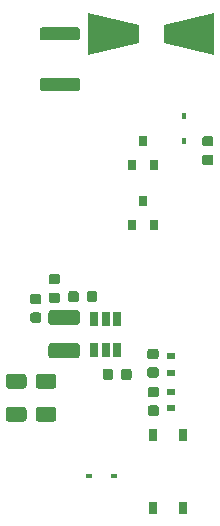
<source format=gtp>
G04 #@! TF.GenerationSoftware,KiCad,Pcbnew,5.1.5+dfsg1-2build2*
G04 #@! TF.CreationDate,2022-12-06T01:13:10+01:00*
G04 #@! TF.ProjectId,MBus_to_radio,4d427573-5f74-46f5-9f72-6164696f2e6b,rev?*
G04 #@! TF.SameCoordinates,Original*
G04 #@! TF.FileFunction,Paste,Top*
G04 #@! TF.FilePolarity,Positive*
%FSLAX46Y46*%
G04 Gerber Fmt 4.6, Leading zero omitted, Abs format (unit mm)*
G04 Created by KiCad (PCBNEW 5.1.5+dfsg1-2build2) date 2022-12-06 01:13:10*
%MOMM*%
%LPD*%
G04 APERTURE LIST*
%ADD10R,0.700000X0.600000*%
%ADD11C,0.100000*%
%ADD12R,0.650000X1.220000*%
%ADD13R,0.800000X0.900000*%
%ADD14R,0.450000X0.600000*%
%ADD15R,0.600000X0.450000*%
%ADD16R,0.800000X1.000000*%
G04 APERTURE END LIST*
D10*
X114500000Y-93150000D03*
X114500000Y-94550000D03*
D11*
G36*
X118200000Y-64050000D02*
G01*
X118200000Y-67650000D01*
X113900000Y-66650000D01*
X113900000Y-65050000D01*
X118200000Y-64050000D01*
G37*
G36*
X107500000Y-67650000D02*
G01*
X107500000Y-64050000D01*
X111800000Y-65050000D01*
X111800000Y-66650000D01*
X107500000Y-67650000D01*
G37*
G36*
X106599505Y-69551204D02*
G01*
X106623773Y-69554804D01*
X106647572Y-69560765D01*
X106670671Y-69569030D01*
X106692850Y-69579520D01*
X106713893Y-69592132D01*
X106733599Y-69606747D01*
X106751777Y-69623223D01*
X106768253Y-69641401D01*
X106782868Y-69661107D01*
X106795480Y-69682150D01*
X106805970Y-69704329D01*
X106814235Y-69727428D01*
X106820196Y-69751227D01*
X106823796Y-69775495D01*
X106825000Y-69799999D01*
X106825000Y-70425001D01*
X106823796Y-70449505D01*
X106820196Y-70473773D01*
X106814235Y-70497572D01*
X106805970Y-70520671D01*
X106795480Y-70542850D01*
X106782868Y-70563893D01*
X106768253Y-70583599D01*
X106751777Y-70601777D01*
X106733599Y-70618253D01*
X106713893Y-70632868D01*
X106692850Y-70645480D01*
X106670671Y-70655970D01*
X106647572Y-70664235D01*
X106623773Y-70670196D01*
X106599505Y-70673796D01*
X106575001Y-70675000D01*
X103674999Y-70675000D01*
X103650495Y-70673796D01*
X103626227Y-70670196D01*
X103602428Y-70664235D01*
X103579329Y-70655970D01*
X103557150Y-70645480D01*
X103536107Y-70632868D01*
X103516401Y-70618253D01*
X103498223Y-70601777D01*
X103481747Y-70583599D01*
X103467132Y-70563893D01*
X103454520Y-70542850D01*
X103444030Y-70520671D01*
X103435765Y-70497572D01*
X103429804Y-70473773D01*
X103426204Y-70449505D01*
X103425000Y-70425001D01*
X103425000Y-69799999D01*
X103426204Y-69775495D01*
X103429804Y-69751227D01*
X103435765Y-69727428D01*
X103444030Y-69704329D01*
X103454520Y-69682150D01*
X103467132Y-69661107D01*
X103481747Y-69641401D01*
X103498223Y-69623223D01*
X103516401Y-69606747D01*
X103536107Y-69592132D01*
X103557150Y-69579520D01*
X103579329Y-69569030D01*
X103602428Y-69560765D01*
X103626227Y-69554804D01*
X103650495Y-69551204D01*
X103674999Y-69550000D01*
X106575001Y-69550000D01*
X106599505Y-69551204D01*
G37*
G36*
X106599505Y-65276204D02*
G01*
X106623773Y-65279804D01*
X106647572Y-65285765D01*
X106670671Y-65294030D01*
X106692850Y-65304520D01*
X106713893Y-65317132D01*
X106733599Y-65331747D01*
X106751777Y-65348223D01*
X106768253Y-65366401D01*
X106782868Y-65386107D01*
X106795480Y-65407150D01*
X106805970Y-65429329D01*
X106814235Y-65452428D01*
X106820196Y-65476227D01*
X106823796Y-65500495D01*
X106825000Y-65524999D01*
X106825000Y-66150001D01*
X106823796Y-66174505D01*
X106820196Y-66198773D01*
X106814235Y-66222572D01*
X106805970Y-66245671D01*
X106795480Y-66267850D01*
X106782868Y-66288893D01*
X106768253Y-66308599D01*
X106751777Y-66326777D01*
X106733599Y-66343253D01*
X106713893Y-66357868D01*
X106692850Y-66370480D01*
X106670671Y-66380970D01*
X106647572Y-66389235D01*
X106623773Y-66395196D01*
X106599505Y-66398796D01*
X106575001Y-66400000D01*
X103674999Y-66400000D01*
X103650495Y-66398796D01*
X103626227Y-66395196D01*
X103602428Y-66389235D01*
X103579329Y-66380970D01*
X103557150Y-66370480D01*
X103536107Y-66357868D01*
X103516401Y-66343253D01*
X103498223Y-66326777D01*
X103481747Y-66308599D01*
X103467132Y-66288893D01*
X103454520Y-66267850D01*
X103444030Y-66245671D01*
X103435765Y-66222572D01*
X103429804Y-66198773D01*
X103426204Y-66174505D01*
X103425000Y-66150001D01*
X103425000Y-65524999D01*
X103426204Y-65500495D01*
X103429804Y-65476227D01*
X103435765Y-65452428D01*
X103444030Y-65429329D01*
X103454520Y-65407150D01*
X103467132Y-65386107D01*
X103481747Y-65366401D01*
X103498223Y-65348223D01*
X103516401Y-65331747D01*
X103536107Y-65317132D01*
X103557150Y-65304520D01*
X103579329Y-65294030D01*
X103602428Y-65285765D01*
X103626227Y-65279804D01*
X103650495Y-65276204D01*
X103674999Y-65275000D01*
X106575001Y-65275000D01*
X106599505Y-65276204D01*
G37*
G36*
X104925691Y-86177553D02*
G01*
X104946926Y-86180703D01*
X104967750Y-86185919D01*
X104987962Y-86193151D01*
X105007368Y-86202330D01*
X105025781Y-86213366D01*
X105043024Y-86226154D01*
X105058930Y-86240570D01*
X105073346Y-86256476D01*
X105086134Y-86273719D01*
X105097170Y-86292132D01*
X105106349Y-86311538D01*
X105113581Y-86331750D01*
X105118797Y-86352574D01*
X105121947Y-86373809D01*
X105123000Y-86395250D01*
X105123000Y-86832750D01*
X105121947Y-86854191D01*
X105118797Y-86875426D01*
X105113581Y-86896250D01*
X105106349Y-86916462D01*
X105097170Y-86935868D01*
X105086134Y-86954281D01*
X105073346Y-86971524D01*
X105058930Y-86987430D01*
X105043024Y-87001846D01*
X105025781Y-87014634D01*
X105007368Y-87025670D01*
X104987962Y-87034849D01*
X104967750Y-87042081D01*
X104946926Y-87047297D01*
X104925691Y-87050447D01*
X104904250Y-87051500D01*
X104391750Y-87051500D01*
X104370309Y-87050447D01*
X104349074Y-87047297D01*
X104328250Y-87042081D01*
X104308038Y-87034849D01*
X104288632Y-87025670D01*
X104270219Y-87014634D01*
X104252976Y-87001846D01*
X104237070Y-86987430D01*
X104222654Y-86971524D01*
X104209866Y-86954281D01*
X104198830Y-86935868D01*
X104189651Y-86916462D01*
X104182419Y-86896250D01*
X104177203Y-86875426D01*
X104174053Y-86854191D01*
X104173000Y-86832750D01*
X104173000Y-86395250D01*
X104174053Y-86373809D01*
X104177203Y-86352574D01*
X104182419Y-86331750D01*
X104189651Y-86311538D01*
X104198830Y-86292132D01*
X104209866Y-86273719D01*
X104222654Y-86256476D01*
X104237070Y-86240570D01*
X104252976Y-86226154D01*
X104270219Y-86213366D01*
X104288632Y-86202330D01*
X104308038Y-86193151D01*
X104328250Y-86185919D01*
X104349074Y-86180703D01*
X104370309Y-86177553D01*
X104391750Y-86176500D01*
X104904250Y-86176500D01*
X104925691Y-86177553D01*
G37*
G36*
X104925691Y-87752553D02*
G01*
X104946926Y-87755703D01*
X104967750Y-87760919D01*
X104987962Y-87768151D01*
X105007368Y-87777330D01*
X105025781Y-87788366D01*
X105043024Y-87801154D01*
X105058930Y-87815570D01*
X105073346Y-87831476D01*
X105086134Y-87848719D01*
X105097170Y-87867132D01*
X105106349Y-87886538D01*
X105113581Y-87906750D01*
X105118797Y-87927574D01*
X105121947Y-87948809D01*
X105123000Y-87970250D01*
X105123000Y-88407750D01*
X105121947Y-88429191D01*
X105118797Y-88450426D01*
X105113581Y-88471250D01*
X105106349Y-88491462D01*
X105097170Y-88510868D01*
X105086134Y-88529281D01*
X105073346Y-88546524D01*
X105058930Y-88562430D01*
X105043024Y-88576846D01*
X105025781Y-88589634D01*
X105007368Y-88600670D01*
X104987962Y-88609849D01*
X104967750Y-88617081D01*
X104946926Y-88622297D01*
X104925691Y-88625447D01*
X104904250Y-88626500D01*
X104391750Y-88626500D01*
X104370309Y-88625447D01*
X104349074Y-88622297D01*
X104328250Y-88617081D01*
X104308038Y-88609849D01*
X104288632Y-88600670D01*
X104270219Y-88589634D01*
X104252976Y-88576846D01*
X104237070Y-88562430D01*
X104222654Y-88546524D01*
X104209866Y-88529281D01*
X104198830Y-88510868D01*
X104189651Y-88491462D01*
X104182419Y-88471250D01*
X104177203Y-88450426D01*
X104174053Y-88429191D01*
X104173000Y-88407750D01*
X104173000Y-87970250D01*
X104174053Y-87948809D01*
X104177203Y-87927574D01*
X104182419Y-87906750D01*
X104189651Y-87886538D01*
X104198830Y-87867132D01*
X104209866Y-87848719D01*
X104222654Y-87831476D01*
X104237070Y-87815570D01*
X104252976Y-87801154D01*
X104270219Y-87788366D01*
X104288632Y-87777330D01*
X104308038Y-87768151D01*
X104328250Y-87760919D01*
X104349074Y-87755703D01*
X104370309Y-87752553D01*
X104391750Y-87751500D01*
X104904250Y-87751500D01*
X104925691Y-87752553D01*
G37*
G36*
X103363591Y-89428853D02*
G01*
X103384826Y-89432003D01*
X103405650Y-89437219D01*
X103425862Y-89444451D01*
X103445268Y-89453630D01*
X103463681Y-89464666D01*
X103480924Y-89477454D01*
X103496830Y-89491870D01*
X103511246Y-89507776D01*
X103524034Y-89525019D01*
X103535070Y-89543432D01*
X103544249Y-89562838D01*
X103551481Y-89583050D01*
X103556697Y-89603874D01*
X103559847Y-89625109D01*
X103560900Y-89646550D01*
X103560900Y-90084050D01*
X103559847Y-90105491D01*
X103556697Y-90126726D01*
X103551481Y-90147550D01*
X103544249Y-90167762D01*
X103535070Y-90187168D01*
X103524034Y-90205581D01*
X103511246Y-90222824D01*
X103496830Y-90238730D01*
X103480924Y-90253146D01*
X103463681Y-90265934D01*
X103445268Y-90276970D01*
X103425862Y-90286149D01*
X103405650Y-90293381D01*
X103384826Y-90298597D01*
X103363591Y-90301747D01*
X103342150Y-90302800D01*
X102829650Y-90302800D01*
X102808209Y-90301747D01*
X102786974Y-90298597D01*
X102766150Y-90293381D01*
X102745938Y-90286149D01*
X102726532Y-90276970D01*
X102708119Y-90265934D01*
X102690876Y-90253146D01*
X102674970Y-90238730D01*
X102660554Y-90222824D01*
X102647766Y-90205581D01*
X102636730Y-90187168D01*
X102627551Y-90167762D01*
X102620319Y-90147550D01*
X102615103Y-90126726D01*
X102611953Y-90105491D01*
X102610900Y-90084050D01*
X102610900Y-89646550D01*
X102611953Y-89625109D01*
X102615103Y-89603874D01*
X102620319Y-89583050D01*
X102627551Y-89562838D01*
X102636730Y-89543432D01*
X102647766Y-89525019D01*
X102660554Y-89507776D01*
X102674970Y-89491870D01*
X102690876Y-89477454D01*
X102708119Y-89464666D01*
X102726532Y-89453630D01*
X102745938Y-89444451D01*
X102766150Y-89437219D01*
X102786974Y-89432003D01*
X102808209Y-89428853D01*
X102829650Y-89427800D01*
X103342150Y-89427800D01*
X103363591Y-89428853D01*
G37*
G36*
X103363591Y-87853853D02*
G01*
X103384826Y-87857003D01*
X103405650Y-87862219D01*
X103425862Y-87869451D01*
X103445268Y-87878630D01*
X103463681Y-87889666D01*
X103480924Y-87902454D01*
X103496830Y-87916870D01*
X103511246Y-87932776D01*
X103524034Y-87950019D01*
X103535070Y-87968432D01*
X103544249Y-87987838D01*
X103551481Y-88008050D01*
X103556697Y-88028874D01*
X103559847Y-88050109D01*
X103560900Y-88071550D01*
X103560900Y-88509050D01*
X103559847Y-88530491D01*
X103556697Y-88551726D01*
X103551481Y-88572550D01*
X103544249Y-88592762D01*
X103535070Y-88612168D01*
X103524034Y-88630581D01*
X103511246Y-88647824D01*
X103496830Y-88663730D01*
X103480924Y-88678146D01*
X103463681Y-88690934D01*
X103445268Y-88701970D01*
X103425862Y-88711149D01*
X103405650Y-88718381D01*
X103384826Y-88723597D01*
X103363591Y-88726747D01*
X103342150Y-88727800D01*
X102829650Y-88727800D01*
X102808209Y-88726747D01*
X102786974Y-88723597D01*
X102766150Y-88718381D01*
X102745938Y-88711149D01*
X102726532Y-88701970D01*
X102708119Y-88690934D01*
X102690876Y-88678146D01*
X102674970Y-88663730D01*
X102660554Y-88647824D01*
X102647766Y-88630581D01*
X102636730Y-88612168D01*
X102627551Y-88592762D01*
X102620319Y-88572550D01*
X102615103Y-88551726D01*
X102611953Y-88530491D01*
X102610900Y-88509050D01*
X102610900Y-88071550D01*
X102611953Y-88050109D01*
X102615103Y-88028874D01*
X102620319Y-88008050D01*
X102627551Y-87987838D01*
X102636730Y-87968432D01*
X102647766Y-87950019D01*
X102660554Y-87932776D01*
X102674970Y-87916870D01*
X102690876Y-87902454D01*
X102708119Y-87889666D01*
X102726532Y-87878630D01*
X102745938Y-87869451D01*
X102766150Y-87862219D01*
X102786974Y-87857003D01*
X102808209Y-87853853D01*
X102829650Y-87852800D01*
X103342150Y-87852800D01*
X103363591Y-87853853D01*
G37*
D12*
X108041400Y-90017600D03*
X108991400Y-90017600D03*
X109941400Y-90017600D03*
X109941400Y-92637600D03*
X108991400Y-92637600D03*
X108041400Y-92637600D03*
D11*
G36*
X113282291Y-94076953D02*
G01*
X113303526Y-94080103D01*
X113324350Y-94085319D01*
X113344562Y-94092551D01*
X113363968Y-94101730D01*
X113382381Y-94112766D01*
X113399624Y-94125554D01*
X113415530Y-94139970D01*
X113429946Y-94155876D01*
X113442734Y-94173119D01*
X113453770Y-94191532D01*
X113462949Y-94210938D01*
X113470181Y-94231150D01*
X113475397Y-94251974D01*
X113478547Y-94273209D01*
X113479600Y-94294650D01*
X113479600Y-94732150D01*
X113478547Y-94753591D01*
X113475397Y-94774826D01*
X113470181Y-94795650D01*
X113462949Y-94815862D01*
X113453770Y-94835268D01*
X113442734Y-94853681D01*
X113429946Y-94870924D01*
X113415530Y-94886830D01*
X113399624Y-94901246D01*
X113382381Y-94914034D01*
X113363968Y-94925070D01*
X113344562Y-94934249D01*
X113324350Y-94941481D01*
X113303526Y-94946697D01*
X113282291Y-94949847D01*
X113260850Y-94950900D01*
X112748350Y-94950900D01*
X112726909Y-94949847D01*
X112705674Y-94946697D01*
X112684850Y-94941481D01*
X112664638Y-94934249D01*
X112645232Y-94925070D01*
X112626819Y-94914034D01*
X112609576Y-94901246D01*
X112593670Y-94886830D01*
X112579254Y-94870924D01*
X112566466Y-94853681D01*
X112555430Y-94835268D01*
X112546251Y-94815862D01*
X112539019Y-94795650D01*
X112533803Y-94774826D01*
X112530653Y-94753591D01*
X112529600Y-94732150D01*
X112529600Y-94294650D01*
X112530653Y-94273209D01*
X112533803Y-94251974D01*
X112539019Y-94231150D01*
X112546251Y-94210938D01*
X112555430Y-94191532D01*
X112566466Y-94173119D01*
X112579254Y-94155876D01*
X112593670Y-94139970D01*
X112609576Y-94125554D01*
X112626819Y-94112766D01*
X112645232Y-94101730D01*
X112664638Y-94092551D01*
X112684850Y-94085319D01*
X112705674Y-94080103D01*
X112726909Y-94076953D01*
X112748350Y-94075900D01*
X113260850Y-94075900D01*
X113282291Y-94076953D01*
G37*
G36*
X113282291Y-92501953D02*
G01*
X113303526Y-92505103D01*
X113324350Y-92510319D01*
X113344562Y-92517551D01*
X113363968Y-92526730D01*
X113382381Y-92537766D01*
X113399624Y-92550554D01*
X113415530Y-92564970D01*
X113429946Y-92580876D01*
X113442734Y-92598119D01*
X113453770Y-92616532D01*
X113462949Y-92635938D01*
X113470181Y-92656150D01*
X113475397Y-92676974D01*
X113478547Y-92698209D01*
X113479600Y-92719650D01*
X113479600Y-93157150D01*
X113478547Y-93178591D01*
X113475397Y-93199826D01*
X113470181Y-93220650D01*
X113462949Y-93240862D01*
X113453770Y-93260268D01*
X113442734Y-93278681D01*
X113429946Y-93295924D01*
X113415530Y-93311830D01*
X113399624Y-93326246D01*
X113382381Y-93339034D01*
X113363968Y-93350070D01*
X113344562Y-93359249D01*
X113324350Y-93366481D01*
X113303526Y-93371697D01*
X113282291Y-93374847D01*
X113260850Y-93375900D01*
X112748350Y-93375900D01*
X112726909Y-93374847D01*
X112705674Y-93371697D01*
X112684850Y-93366481D01*
X112664638Y-93359249D01*
X112645232Y-93350070D01*
X112626819Y-93339034D01*
X112609576Y-93326246D01*
X112593670Y-93311830D01*
X112579254Y-93295924D01*
X112566466Y-93278681D01*
X112555430Y-93260268D01*
X112546251Y-93240862D01*
X112539019Y-93220650D01*
X112533803Y-93199826D01*
X112530653Y-93178591D01*
X112529600Y-93157150D01*
X112529600Y-92719650D01*
X112530653Y-92698209D01*
X112533803Y-92676974D01*
X112539019Y-92656150D01*
X112546251Y-92635938D01*
X112555430Y-92616532D01*
X112566466Y-92598119D01*
X112579254Y-92580876D01*
X112593670Y-92564970D01*
X112609576Y-92550554D01*
X112626819Y-92537766D01*
X112645232Y-92526730D01*
X112664638Y-92517551D01*
X112684850Y-92510319D01*
X112705674Y-92505103D01*
X112726909Y-92501953D01*
X112748350Y-92500900D01*
X113260850Y-92500900D01*
X113282291Y-92501953D01*
G37*
G36*
X113307691Y-97302753D02*
G01*
X113328926Y-97305903D01*
X113349750Y-97311119D01*
X113369962Y-97318351D01*
X113389368Y-97327530D01*
X113407781Y-97338566D01*
X113425024Y-97351354D01*
X113440930Y-97365770D01*
X113455346Y-97381676D01*
X113468134Y-97398919D01*
X113479170Y-97417332D01*
X113488349Y-97436738D01*
X113495581Y-97456950D01*
X113500797Y-97477774D01*
X113503947Y-97499009D01*
X113505000Y-97520450D01*
X113505000Y-97957950D01*
X113503947Y-97979391D01*
X113500797Y-98000626D01*
X113495581Y-98021450D01*
X113488349Y-98041662D01*
X113479170Y-98061068D01*
X113468134Y-98079481D01*
X113455346Y-98096724D01*
X113440930Y-98112630D01*
X113425024Y-98127046D01*
X113407781Y-98139834D01*
X113389368Y-98150870D01*
X113369962Y-98160049D01*
X113349750Y-98167281D01*
X113328926Y-98172497D01*
X113307691Y-98175647D01*
X113286250Y-98176700D01*
X112773750Y-98176700D01*
X112752309Y-98175647D01*
X112731074Y-98172497D01*
X112710250Y-98167281D01*
X112690038Y-98160049D01*
X112670632Y-98150870D01*
X112652219Y-98139834D01*
X112634976Y-98127046D01*
X112619070Y-98112630D01*
X112604654Y-98096724D01*
X112591866Y-98079481D01*
X112580830Y-98061068D01*
X112571651Y-98041662D01*
X112564419Y-98021450D01*
X112559203Y-98000626D01*
X112556053Y-97979391D01*
X112555000Y-97957950D01*
X112555000Y-97520450D01*
X112556053Y-97499009D01*
X112559203Y-97477774D01*
X112564419Y-97456950D01*
X112571651Y-97436738D01*
X112580830Y-97417332D01*
X112591866Y-97398919D01*
X112604654Y-97381676D01*
X112619070Y-97365770D01*
X112634976Y-97351354D01*
X112652219Y-97338566D01*
X112670632Y-97327530D01*
X112690038Y-97318351D01*
X112710250Y-97311119D01*
X112731074Y-97305903D01*
X112752309Y-97302753D01*
X112773750Y-97301700D01*
X113286250Y-97301700D01*
X113307691Y-97302753D01*
G37*
G36*
X113307691Y-95727753D02*
G01*
X113328926Y-95730903D01*
X113349750Y-95736119D01*
X113369962Y-95743351D01*
X113389368Y-95752530D01*
X113407781Y-95763566D01*
X113425024Y-95776354D01*
X113440930Y-95790770D01*
X113455346Y-95806676D01*
X113468134Y-95823919D01*
X113479170Y-95842332D01*
X113488349Y-95861738D01*
X113495581Y-95881950D01*
X113500797Y-95902774D01*
X113503947Y-95924009D01*
X113505000Y-95945450D01*
X113505000Y-96382950D01*
X113503947Y-96404391D01*
X113500797Y-96425626D01*
X113495581Y-96446450D01*
X113488349Y-96466662D01*
X113479170Y-96486068D01*
X113468134Y-96504481D01*
X113455346Y-96521724D01*
X113440930Y-96537630D01*
X113425024Y-96552046D01*
X113407781Y-96564834D01*
X113389368Y-96575870D01*
X113369962Y-96585049D01*
X113349750Y-96592281D01*
X113328926Y-96597497D01*
X113307691Y-96600647D01*
X113286250Y-96601700D01*
X112773750Y-96601700D01*
X112752309Y-96600647D01*
X112731074Y-96597497D01*
X112710250Y-96592281D01*
X112690038Y-96585049D01*
X112670632Y-96575870D01*
X112652219Y-96564834D01*
X112634976Y-96552046D01*
X112619070Y-96537630D01*
X112604654Y-96521724D01*
X112591866Y-96504481D01*
X112580830Y-96486068D01*
X112571651Y-96466662D01*
X112564419Y-96446450D01*
X112559203Y-96425626D01*
X112556053Y-96404391D01*
X112555000Y-96382950D01*
X112555000Y-95945450D01*
X112556053Y-95924009D01*
X112559203Y-95902774D01*
X112564419Y-95881950D01*
X112571651Y-95861738D01*
X112580830Y-95842332D01*
X112591866Y-95823919D01*
X112604654Y-95806676D01*
X112619070Y-95790770D01*
X112634976Y-95776354D01*
X112652219Y-95763566D01*
X112670632Y-95752530D01*
X112690038Y-95743351D01*
X112710250Y-95736119D01*
X112731074Y-95730903D01*
X112752309Y-95727753D01*
X112773750Y-95726700D01*
X113286250Y-95726700D01*
X113307691Y-95727753D01*
G37*
D13*
X112179100Y-80000600D03*
X113129100Y-82000600D03*
X111229100Y-82000600D03*
X112179100Y-74942700D03*
X113129100Y-76942700D03*
X111229100Y-76942700D03*
D11*
G36*
X106573004Y-92035404D02*
G01*
X106597273Y-92039004D01*
X106621071Y-92044965D01*
X106644171Y-92053230D01*
X106666349Y-92063720D01*
X106687393Y-92076333D01*
X106707098Y-92090947D01*
X106725277Y-92107423D01*
X106741753Y-92125602D01*
X106756367Y-92145307D01*
X106768980Y-92166351D01*
X106779470Y-92188529D01*
X106787735Y-92211629D01*
X106793696Y-92235427D01*
X106797296Y-92259696D01*
X106798500Y-92284200D01*
X106798500Y-93034200D01*
X106797296Y-93058704D01*
X106793696Y-93082973D01*
X106787735Y-93106771D01*
X106779470Y-93129871D01*
X106768980Y-93152049D01*
X106756367Y-93173093D01*
X106741753Y-93192798D01*
X106725277Y-93210977D01*
X106707098Y-93227453D01*
X106687393Y-93242067D01*
X106666349Y-93254680D01*
X106644171Y-93265170D01*
X106621071Y-93273435D01*
X106597273Y-93279396D01*
X106573004Y-93282996D01*
X106548500Y-93284200D01*
X104398500Y-93284200D01*
X104373996Y-93282996D01*
X104349727Y-93279396D01*
X104325929Y-93273435D01*
X104302829Y-93265170D01*
X104280651Y-93254680D01*
X104259607Y-93242067D01*
X104239902Y-93227453D01*
X104221723Y-93210977D01*
X104205247Y-93192798D01*
X104190633Y-93173093D01*
X104178020Y-93152049D01*
X104167530Y-93129871D01*
X104159265Y-93106771D01*
X104153304Y-93082973D01*
X104149704Y-93058704D01*
X104148500Y-93034200D01*
X104148500Y-92284200D01*
X104149704Y-92259696D01*
X104153304Y-92235427D01*
X104159265Y-92211629D01*
X104167530Y-92188529D01*
X104178020Y-92166351D01*
X104190633Y-92145307D01*
X104205247Y-92125602D01*
X104221723Y-92107423D01*
X104239902Y-92090947D01*
X104259607Y-92076333D01*
X104280651Y-92063720D01*
X104302829Y-92053230D01*
X104325929Y-92044965D01*
X104349727Y-92039004D01*
X104373996Y-92035404D01*
X104398500Y-92034200D01*
X106548500Y-92034200D01*
X106573004Y-92035404D01*
G37*
G36*
X106573004Y-89235404D02*
G01*
X106597273Y-89239004D01*
X106621071Y-89244965D01*
X106644171Y-89253230D01*
X106666349Y-89263720D01*
X106687393Y-89276333D01*
X106707098Y-89290947D01*
X106725277Y-89307423D01*
X106741753Y-89325602D01*
X106756367Y-89345307D01*
X106768980Y-89366351D01*
X106779470Y-89388529D01*
X106787735Y-89411629D01*
X106793696Y-89435427D01*
X106797296Y-89459696D01*
X106798500Y-89484200D01*
X106798500Y-90234200D01*
X106797296Y-90258704D01*
X106793696Y-90282973D01*
X106787735Y-90306771D01*
X106779470Y-90329871D01*
X106768980Y-90352049D01*
X106756367Y-90373093D01*
X106741753Y-90392798D01*
X106725277Y-90410977D01*
X106707098Y-90427453D01*
X106687393Y-90442067D01*
X106666349Y-90454680D01*
X106644171Y-90465170D01*
X106621071Y-90473435D01*
X106597273Y-90479396D01*
X106573004Y-90482996D01*
X106548500Y-90484200D01*
X104398500Y-90484200D01*
X104373996Y-90482996D01*
X104349727Y-90479396D01*
X104325929Y-90473435D01*
X104302829Y-90465170D01*
X104280651Y-90454680D01*
X104259607Y-90442067D01*
X104239902Y-90427453D01*
X104221723Y-90410977D01*
X104205247Y-90392798D01*
X104190633Y-90373093D01*
X104178020Y-90352049D01*
X104167530Y-90329871D01*
X104159265Y-90306771D01*
X104153304Y-90282973D01*
X104149704Y-90258704D01*
X104148500Y-90234200D01*
X104148500Y-89484200D01*
X104149704Y-89459696D01*
X104153304Y-89435427D01*
X104159265Y-89411629D01*
X104167530Y-89388529D01*
X104178020Y-89366351D01*
X104190633Y-89345307D01*
X104205247Y-89325602D01*
X104221723Y-89307423D01*
X104239902Y-89290947D01*
X104259607Y-89276333D01*
X104280651Y-89263720D01*
X104302829Y-89253230D01*
X104325929Y-89244965D01*
X104349727Y-89239004D01*
X104373996Y-89235404D01*
X104398500Y-89234200D01*
X106548500Y-89234200D01*
X106573004Y-89235404D01*
G37*
D14*
X115633500Y-72821800D03*
X115633500Y-74921800D03*
D10*
X114525000Y-97550000D03*
X114525000Y-96150000D03*
D15*
X109711200Y-103238300D03*
X107611200Y-103238300D03*
D16*
X113030000Y-99795000D03*
X115570000Y-99795000D03*
X115570000Y-105945000D03*
X113030000Y-105945000D03*
D11*
G36*
X117930491Y-74493453D02*
G01*
X117951726Y-74496603D01*
X117972550Y-74501819D01*
X117992762Y-74509051D01*
X118012168Y-74518230D01*
X118030581Y-74529266D01*
X118047824Y-74542054D01*
X118063730Y-74556470D01*
X118078146Y-74572376D01*
X118090934Y-74589619D01*
X118101970Y-74608032D01*
X118111149Y-74627438D01*
X118118381Y-74647650D01*
X118123597Y-74668474D01*
X118126747Y-74689709D01*
X118127800Y-74711150D01*
X118127800Y-75148650D01*
X118126747Y-75170091D01*
X118123597Y-75191326D01*
X118118381Y-75212150D01*
X118111149Y-75232362D01*
X118101970Y-75251768D01*
X118090934Y-75270181D01*
X118078146Y-75287424D01*
X118063730Y-75303330D01*
X118047824Y-75317746D01*
X118030581Y-75330534D01*
X118012168Y-75341570D01*
X117992762Y-75350749D01*
X117972550Y-75357981D01*
X117951726Y-75363197D01*
X117930491Y-75366347D01*
X117909050Y-75367400D01*
X117396550Y-75367400D01*
X117375109Y-75366347D01*
X117353874Y-75363197D01*
X117333050Y-75357981D01*
X117312838Y-75350749D01*
X117293432Y-75341570D01*
X117275019Y-75330534D01*
X117257776Y-75317746D01*
X117241870Y-75303330D01*
X117227454Y-75287424D01*
X117214666Y-75270181D01*
X117203630Y-75251768D01*
X117194451Y-75232362D01*
X117187219Y-75212150D01*
X117182003Y-75191326D01*
X117178853Y-75170091D01*
X117177800Y-75148650D01*
X117177800Y-74711150D01*
X117178853Y-74689709D01*
X117182003Y-74668474D01*
X117187219Y-74647650D01*
X117194451Y-74627438D01*
X117203630Y-74608032D01*
X117214666Y-74589619D01*
X117227454Y-74572376D01*
X117241870Y-74556470D01*
X117257776Y-74542054D01*
X117275019Y-74529266D01*
X117293432Y-74518230D01*
X117312838Y-74509051D01*
X117333050Y-74501819D01*
X117353874Y-74496603D01*
X117375109Y-74493453D01*
X117396550Y-74492400D01*
X117909050Y-74492400D01*
X117930491Y-74493453D01*
G37*
G36*
X117930491Y-76068453D02*
G01*
X117951726Y-76071603D01*
X117972550Y-76076819D01*
X117992762Y-76084051D01*
X118012168Y-76093230D01*
X118030581Y-76104266D01*
X118047824Y-76117054D01*
X118063730Y-76131470D01*
X118078146Y-76147376D01*
X118090934Y-76164619D01*
X118101970Y-76183032D01*
X118111149Y-76202438D01*
X118118381Y-76222650D01*
X118123597Y-76243474D01*
X118126747Y-76264709D01*
X118127800Y-76286150D01*
X118127800Y-76723650D01*
X118126747Y-76745091D01*
X118123597Y-76766326D01*
X118118381Y-76787150D01*
X118111149Y-76807362D01*
X118101970Y-76826768D01*
X118090934Y-76845181D01*
X118078146Y-76862424D01*
X118063730Y-76878330D01*
X118047824Y-76892746D01*
X118030581Y-76905534D01*
X118012168Y-76916570D01*
X117992762Y-76925749D01*
X117972550Y-76932981D01*
X117951726Y-76938197D01*
X117930491Y-76941347D01*
X117909050Y-76942400D01*
X117396550Y-76942400D01*
X117375109Y-76941347D01*
X117353874Y-76938197D01*
X117333050Y-76932981D01*
X117312838Y-76925749D01*
X117293432Y-76916570D01*
X117275019Y-76905534D01*
X117257776Y-76892746D01*
X117241870Y-76878330D01*
X117227454Y-76862424D01*
X117214666Y-76845181D01*
X117203630Y-76826768D01*
X117194451Y-76807362D01*
X117187219Y-76787150D01*
X117182003Y-76766326D01*
X117178853Y-76745091D01*
X117177800Y-76723650D01*
X117177800Y-76286150D01*
X117178853Y-76264709D01*
X117182003Y-76243474D01*
X117187219Y-76222650D01*
X117194451Y-76202438D01*
X117203630Y-76183032D01*
X117214666Y-76164619D01*
X117227454Y-76147376D01*
X117241870Y-76131470D01*
X117257776Y-76117054D01*
X117275019Y-76104266D01*
X117293432Y-76093230D01*
X117312838Y-76084051D01*
X117333050Y-76076819D01*
X117353874Y-76071603D01*
X117375109Y-76068453D01*
X117396550Y-76067400D01*
X117909050Y-76067400D01*
X117930491Y-76068453D01*
G37*
G36*
X104586304Y-97420204D02*
G01*
X104610573Y-97423804D01*
X104634371Y-97429765D01*
X104657471Y-97438030D01*
X104679649Y-97448520D01*
X104700693Y-97461133D01*
X104720398Y-97475747D01*
X104738577Y-97492223D01*
X104755053Y-97510402D01*
X104769667Y-97530107D01*
X104782280Y-97551151D01*
X104792770Y-97573329D01*
X104801035Y-97596429D01*
X104806996Y-97620227D01*
X104810596Y-97644496D01*
X104811800Y-97669000D01*
X104811800Y-98419000D01*
X104810596Y-98443504D01*
X104806996Y-98467773D01*
X104801035Y-98491571D01*
X104792770Y-98514671D01*
X104782280Y-98536849D01*
X104769667Y-98557893D01*
X104755053Y-98577598D01*
X104738577Y-98595777D01*
X104720398Y-98612253D01*
X104700693Y-98626867D01*
X104679649Y-98639480D01*
X104657471Y-98649970D01*
X104634371Y-98658235D01*
X104610573Y-98664196D01*
X104586304Y-98667796D01*
X104561800Y-98669000D01*
X103311800Y-98669000D01*
X103287296Y-98667796D01*
X103263027Y-98664196D01*
X103239229Y-98658235D01*
X103216129Y-98649970D01*
X103193951Y-98639480D01*
X103172907Y-98626867D01*
X103153202Y-98612253D01*
X103135023Y-98595777D01*
X103118547Y-98577598D01*
X103103933Y-98557893D01*
X103091320Y-98536849D01*
X103080830Y-98514671D01*
X103072565Y-98491571D01*
X103066604Y-98467773D01*
X103063004Y-98443504D01*
X103061800Y-98419000D01*
X103061800Y-97669000D01*
X103063004Y-97644496D01*
X103066604Y-97620227D01*
X103072565Y-97596429D01*
X103080830Y-97573329D01*
X103091320Y-97551151D01*
X103103933Y-97530107D01*
X103118547Y-97510402D01*
X103135023Y-97492223D01*
X103153202Y-97475747D01*
X103172907Y-97461133D01*
X103193951Y-97448520D01*
X103216129Y-97438030D01*
X103239229Y-97429765D01*
X103263027Y-97423804D01*
X103287296Y-97420204D01*
X103311800Y-97419000D01*
X104561800Y-97419000D01*
X104586304Y-97420204D01*
G37*
G36*
X104586304Y-94620204D02*
G01*
X104610573Y-94623804D01*
X104634371Y-94629765D01*
X104657471Y-94638030D01*
X104679649Y-94648520D01*
X104700693Y-94661133D01*
X104720398Y-94675747D01*
X104738577Y-94692223D01*
X104755053Y-94710402D01*
X104769667Y-94730107D01*
X104782280Y-94751151D01*
X104792770Y-94773329D01*
X104801035Y-94796429D01*
X104806996Y-94820227D01*
X104810596Y-94844496D01*
X104811800Y-94869000D01*
X104811800Y-95619000D01*
X104810596Y-95643504D01*
X104806996Y-95667773D01*
X104801035Y-95691571D01*
X104792770Y-95714671D01*
X104782280Y-95736849D01*
X104769667Y-95757893D01*
X104755053Y-95777598D01*
X104738577Y-95795777D01*
X104720398Y-95812253D01*
X104700693Y-95826867D01*
X104679649Y-95839480D01*
X104657471Y-95849970D01*
X104634371Y-95858235D01*
X104610573Y-95864196D01*
X104586304Y-95867796D01*
X104561800Y-95869000D01*
X103311800Y-95869000D01*
X103287296Y-95867796D01*
X103263027Y-95864196D01*
X103239229Y-95858235D01*
X103216129Y-95849970D01*
X103193951Y-95839480D01*
X103172907Y-95826867D01*
X103153202Y-95812253D01*
X103135023Y-95795777D01*
X103118547Y-95777598D01*
X103103933Y-95757893D01*
X103091320Y-95736849D01*
X103080830Y-95714671D01*
X103072565Y-95691571D01*
X103066604Y-95667773D01*
X103063004Y-95643504D01*
X103061800Y-95619000D01*
X103061800Y-94869000D01*
X103063004Y-94844496D01*
X103066604Y-94820227D01*
X103072565Y-94796429D01*
X103080830Y-94773329D01*
X103091320Y-94751151D01*
X103103933Y-94730107D01*
X103118547Y-94710402D01*
X103135023Y-94692223D01*
X103153202Y-94675747D01*
X103172907Y-94661133D01*
X103193951Y-94648520D01*
X103216129Y-94638030D01*
X103239229Y-94629765D01*
X103263027Y-94623804D01*
X103287296Y-94620204D01*
X103311800Y-94619000D01*
X104561800Y-94619000D01*
X104586304Y-94620204D01*
G37*
G36*
X102071704Y-97420204D02*
G01*
X102095973Y-97423804D01*
X102119771Y-97429765D01*
X102142871Y-97438030D01*
X102165049Y-97448520D01*
X102186093Y-97461133D01*
X102205798Y-97475747D01*
X102223977Y-97492223D01*
X102240453Y-97510402D01*
X102255067Y-97530107D01*
X102267680Y-97551151D01*
X102278170Y-97573329D01*
X102286435Y-97596429D01*
X102292396Y-97620227D01*
X102295996Y-97644496D01*
X102297200Y-97669000D01*
X102297200Y-98419000D01*
X102295996Y-98443504D01*
X102292396Y-98467773D01*
X102286435Y-98491571D01*
X102278170Y-98514671D01*
X102267680Y-98536849D01*
X102255067Y-98557893D01*
X102240453Y-98577598D01*
X102223977Y-98595777D01*
X102205798Y-98612253D01*
X102186093Y-98626867D01*
X102165049Y-98639480D01*
X102142871Y-98649970D01*
X102119771Y-98658235D01*
X102095973Y-98664196D01*
X102071704Y-98667796D01*
X102047200Y-98669000D01*
X100797200Y-98669000D01*
X100772696Y-98667796D01*
X100748427Y-98664196D01*
X100724629Y-98658235D01*
X100701529Y-98649970D01*
X100679351Y-98639480D01*
X100658307Y-98626867D01*
X100638602Y-98612253D01*
X100620423Y-98595777D01*
X100603947Y-98577598D01*
X100589333Y-98557893D01*
X100576720Y-98536849D01*
X100566230Y-98514671D01*
X100557965Y-98491571D01*
X100552004Y-98467773D01*
X100548404Y-98443504D01*
X100547200Y-98419000D01*
X100547200Y-97669000D01*
X100548404Y-97644496D01*
X100552004Y-97620227D01*
X100557965Y-97596429D01*
X100566230Y-97573329D01*
X100576720Y-97551151D01*
X100589333Y-97530107D01*
X100603947Y-97510402D01*
X100620423Y-97492223D01*
X100638602Y-97475747D01*
X100658307Y-97461133D01*
X100679351Y-97448520D01*
X100701529Y-97438030D01*
X100724629Y-97429765D01*
X100748427Y-97423804D01*
X100772696Y-97420204D01*
X100797200Y-97419000D01*
X102047200Y-97419000D01*
X102071704Y-97420204D01*
G37*
G36*
X102071704Y-94620204D02*
G01*
X102095973Y-94623804D01*
X102119771Y-94629765D01*
X102142871Y-94638030D01*
X102165049Y-94648520D01*
X102186093Y-94661133D01*
X102205798Y-94675747D01*
X102223977Y-94692223D01*
X102240453Y-94710402D01*
X102255067Y-94730107D01*
X102267680Y-94751151D01*
X102278170Y-94773329D01*
X102286435Y-94796429D01*
X102292396Y-94820227D01*
X102295996Y-94844496D01*
X102297200Y-94869000D01*
X102297200Y-95619000D01*
X102295996Y-95643504D01*
X102292396Y-95667773D01*
X102286435Y-95691571D01*
X102278170Y-95714671D01*
X102267680Y-95736849D01*
X102255067Y-95757893D01*
X102240453Y-95777598D01*
X102223977Y-95795777D01*
X102205798Y-95812253D01*
X102186093Y-95826867D01*
X102165049Y-95839480D01*
X102142871Y-95849970D01*
X102119771Y-95858235D01*
X102095973Y-95864196D01*
X102071704Y-95867796D01*
X102047200Y-95869000D01*
X100797200Y-95869000D01*
X100772696Y-95867796D01*
X100748427Y-95864196D01*
X100724629Y-95858235D01*
X100701529Y-95849970D01*
X100679351Y-95839480D01*
X100658307Y-95826867D01*
X100638602Y-95812253D01*
X100620423Y-95795777D01*
X100603947Y-95777598D01*
X100589333Y-95757893D01*
X100576720Y-95736849D01*
X100566230Y-95714671D01*
X100557965Y-95691571D01*
X100552004Y-95667773D01*
X100548404Y-95643504D01*
X100547200Y-95619000D01*
X100547200Y-94869000D01*
X100548404Y-94844496D01*
X100552004Y-94820227D01*
X100557965Y-94796429D01*
X100566230Y-94773329D01*
X100576720Y-94751151D01*
X100589333Y-94730107D01*
X100603947Y-94710402D01*
X100620423Y-94692223D01*
X100638602Y-94675747D01*
X100658307Y-94661133D01*
X100679351Y-94648520D01*
X100701529Y-94638030D01*
X100724629Y-94629765D01*
X100748427Y-94623804D01*
X100772696Y-94620204D01*
X100797200Y-94619000D01*
X102047200Y-94619000D01*
X102071704Y-94620204D01*
G37*
G36*
X106513791Y-87613253D02*
G01*
X106535026Y-87616403D01*
X106555850Y-87621619D01*
X106576062Y-87628851D01*
X106595468Y-87638030D01*
X106613881Y-87649066D01*
X106631124Y-87661854D01*
X106647030Y-87676270D01*
X106661446Y-87692176D01*
X106674234Y-87709419D01*
X106685270Y-87727832D01*
X106694449Y-87747238D01*
X106701681Y-87767450D01*
X106706897Y-87788274D01*
X106710047Y-87809509D01*
X106711100Y-87830950D01*
X106711100Y-88343450D01*
X106710047Y-88364891D01*
X106706897Y-88386126D01*
X106701681Y-88406950D01*
X106694449Y-88427162D01*
X106685270Y-88446568D01*
X106674234Y-88464981D01*
X106661446Y-88482224D01*
X106647030Y-88498130D01*
X106631124Y-88512546D01*
X106613881Y-88525334D01*
X106595468Y-88536370D01*
X106576062Y-88545549D01*
X106555850Y-88552781D01*
X106535026Y-88557997D01*
X106513791Y-88561147D01*
X106492350Y-88562200D01*
X106054850Y-88562200D01*
X106033409Y-88561147D01*
X106012174Y-88557997D01*
X105991350Y-88552781D01*
X105971138Y-88545549D01*
X105951732Y-88536370D01*
X105933319Y-88525334D01*
X105916076Y-88512546D01*
X105900170Y-88498130D01*
X105885754Y-88482224D01*
X105872966Y-88464981D01*
X105861930Y-88446568D01*
X105852751Y-88427162D01*
X105845519Y-88406950D01*
X105840303Y-88386126D01*
X105837153Y-88364891D01*
X105836100Y-88343450D01*
X105836100Y-87830950D01*
X105837153Y-87809509D01*
X105840303Y-87788274D01*
X105845519Y-87767450D01*
X105852751Y-87747238D01*
X105861930Y-87727832D01*
X105872966Y-87709419D01*
X105885754Y-87692176D01*
X105900170Y-87676270D01*
X105916076Y-87661854D01*
X105933319Y-87649066D01*
X105951732Y-87638030D01*
X105971138Y-87628851D01*
X105991350Y-87621619D01*
X106012174Y-87616403D01*
X106033409Y-87613253D01*
X106054850Y-87612200D01*
X106492350Y-87612200D01*
X106513791Y-87613253D01*
G37*
G36*
X108088791Y-87613253D02*
G01*
X108110026Y-87616403D01*
X108130850Y-87621619D01*
X108151062Y-87628851D01*
X108170468Y-87638030D01*
X108188881Y-87649066D01*
X108206124Y-87661854D01*
X108222030Y-87676270D01*
X108236446Y-87692176D01*
X108249234Y-87709419D01*
X108260270Y-87727832D01*
X108269449Y-87747238D01*
X108276681Y-87767450D01*
X108281897Y-87788274D01*
X108285047Y-87809509D01*
X108286100Y-87830950D01*
X108286100Y-88343450D01*
X108285047Y-88364891D01*
X108281897Y-88386126D01*
X108276681Y-88406950D01*
X108269449Y-88427162D01*
X108260270Y-88446568D01*
X108249234Y-88464981D01*
X108236446Y-88482224D01*
X108222030Y-88498130D01*
X108206124Y-88512546D01*
X108188881Y-88525334D01*
X108170468Y-88536370D01*
X108151062Y-88545549D01*
X108130850Y-88552781D01*
X108110026Y-88557997D01*
X108088791Y-88561147D01*
X108067350Y-88562200D01*
X107629850Y-88562200D01*
X107608409Y-88561147D01*
X107587174Y-88557997D01*
X107566350Y-88552781D01*
X107546138Y-88545549D01*
X107526732Y-88536370D01*
X107508319Y-88525334D01*
X107491076Y-88512546D01*
X107475170Y-88498130D01*
X107460754Y-88482224D01*
X107447966Y-88464981D01*
X107436930Y-88446568D01*
X107427751Y-88427162D01*
X107420519Y-88406950D01*
X107415303Y-88386126D01*
X107412153Y-88364891D01*
X107411100Y-88343450D01*
X107411100Y-87830950D01*
X107412153Y-87809509D01*
X107415303Y-87788274D01*
X107420519Y-87767450D01*
X107427751Y-87747238D01*
X107436930Y-87727832D01*
X107447966Y-87709419D01*
X107460754Y-87692176D01*
X107475170Y-87676270D01*
X107491076Y-87661854D01*
X107508319Y-87649066D01*
X107526732Y-87638030D01*
X107546138Y-87628851D01*
X107566350Y-87621619D01*
X107587174Y-87616403D01*
X107608409Y-87613253D01*
X107629850Y-87612200D01*
X108067350Y-87612200D01*
X108088791Y-87613253D01*
G37*
G36*
X109422091Y-94191853D02*
G01*
X109443326Y-94195003D01*
X109464150Y-94200219D01*
X109484362Y-94207451D01*
X109503768Y-94216630D01*
X109522181Y-94227666D01*
X109539424Y-94240454D01*
X109555330Y-94254870D01*
X109569746Y-94270776D01*
X109582534Y-94288019D01*
X109593570Y-94306432D01*
X109602749Y-94325838D01*
X109609981Y-94346050D01*
X109615197Y-94366874D01*
X109618347Y-94388109D01*
X109619400Y-94409550D01*
X109619400Y-94922050D01*
X109618347Y-94943491D01*
X109615197Y-94964726D01*
X109609981Y-94985550D01*
X109602749Y-95005762D01*
X109593570Y-95025168D01*
X109582534Y-95043581D01*
X109569746Y-95060824D01*
X109555330Y-95076730D01*
X109539424Y-95091146D01*
X109522181Y-95103934D01*
X109503768Y-95114970D01*
X109484362Y-95124149D01*
X109464150Y-95131381D01*
X109443326Y-95136597D01*
X109422091Y-95139747D01*
X109400650Y-95140800D01*
X108963150Y-95140800D01*
X108941709Y-95139747D01*
X108920474Y-95136597D01*
X108899650Y-95131381D01*
X108879438Y-95124149D01*
X108860032Y-95114970D01*
X108841619Y-95103934D01*
X108824376Y-95091146D01*
X108808470Y-95076730D01*
X108794054Y-95060824D01*
X108781266Y-95043581D01*
X108770230Y-95025168D01*
X108761051Y-95005762D01*
X108753819Y-94985550D01*
X108748603Y-94964726D01*
X108745453Y-94943491D01*
X108744400Y-94922050D01*
X108744400Y-94409550D01*
X108745453Y-94388109D01*
X108748603Y-94366874D01*
X108753819Y-94346050D01*
X108761051Y-94325838D01*
X108770230Y-94306432D01*
X108781266Y-94288019D01*
X108794054Y-94270776D01*
X108808470Y-94254870D01*
X108824376Y-94240454D01*
X108841619Y-94227666D01*
X108860032Y-94216630D01*
X108879438Y-94207451D01*
X108899650Y-94200219D01*
X108920474Y-94195003D01*
X108941709Y-94191853D01*
X108963150Y-94190800D01*
X109400650Y-94190800D01*
X109422091Y-94191853D01*
G37*
G36*
X110997091Y-94191853D02*
G01*
X111018326Y-94195003D01*
X111039150Y-94200219D01*
X111059362Y-94207451D01*
X111078768Y-94216630D01*
X111097181Y-94227666D01*
X111114424Y-94240454D01*
X111130330Y-94254870D01*
X111144746Y-94270776D01*
X111157534Y-94288019D01*
X111168570Y-94306432D01*
X111177749Y-94325838D01*
X111184981Y-94346050D01*
X111190197Y-94366874D01*
X111193347Y-94388109D01*
X111194400Y-94409550D01*
X111194400Y-94922050D01*
X111193347Y-94943491D01*
X111190197Y-94964726D01*
X111184981Y-94985550D01*
X111177749Y-95005762D01*
X111168570Y-95025168D01*
X111157534Y-95043581D01*
X111144746Y-95060824D01*
X111130330Y-95076730D01*
X111114424Y-95091146D01*
X111097181Y-95103934D01*
X111078768Y-95114970D01*
X111059362Y-95124149D01*
X111039150Y-95131381D01*
X111018326Y-95136597D01*
X110997091Y-95139747D01*
X110975650Y-95140800D01*
X110538150Y-95140800D01*
X110516709Y-95139747D01*
X110495474Y-95136597D01*
X110474650Y-95131381D01*
X110454438Y-95124149D01*
X110435032Y-95114970D01*
X110416619Y-95103934D01*
X110399376Y-95091146D01*
X110383470Y-95076730D01*
X110369054Y-95060824D01*
X110356266Y-95043581D01*
X110345230Y-95025168D01*
X110336051Y-95005762D01*
X110328819Y-94985550D01*
X110323603Y-94964726D01*
X110320453Y-94943491D01*
X110319400Y-94922050D01*
X110319400Y-94409550D01*
X110320453Y-94388109D01*
X110323603Y-94366874D01*
X110328819Y-94346050D01*
X110336051Y-94325838D01*
X110345230Y-94306432D01*
X110356266Y-94288019D01*
X110369054Y-94270776D01*
X110383470Y-94254870D01*
X110399376Y-94240454D01*
X110416619Y-94227666D01*
X110435032Y-94216630D01*
X110454438Y-94207451D01*
X110474650Y-94200219D01*
X110495474Y-94195003D01*
X110516709Y-94191853D01*
X110538150Y-94190800D01*
X110975650Y-94190800D01*
X110997091Y-94191853D01*
G37*
M02*

</source>
